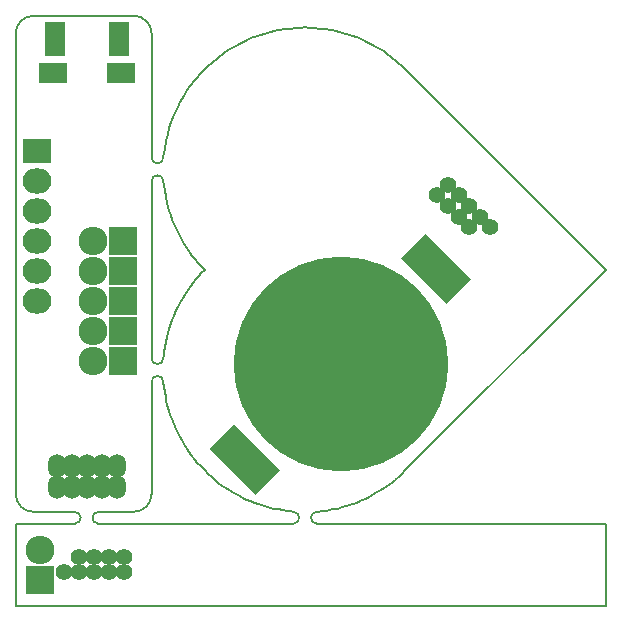
<source format=gbs>
G04 #@! TF.FileFunction,Soldermask,Bot*
%FSLAX46Y46*%
G04 Gerber Fmt 4.6, Leading zero omitted, Abs format (unit mm)*
G04 Created by KiCad (PCBNEW (2016-07-22 BZR 6991, Git 146a78a)-product) date Tue Jul 26 18:11:02 2016*
%MOMM*%
%LPD*%
G01*
G04 APERTURE LIST*
%ADD10C,0.100000*%
%ADD11C,0.150000*%
%ADD12C,1.416000*%
%ADD13R,2.432000X2.432000*%
%ADD14O,2.432000X2.432000*%
%ADD15R,2.432000X2.127200*%
%ADD16O,2.432000X2.127200*%
%ADD17R,2.398980X1.799540*%
%ADD18R,1.700480X2.851100*%
%ADD19O,1.504800X2.012800*%
%ADD20C,18.180000*%
G04 APERTURE END LIST*
D10*
D11*
X38500000Y-17500000D02*
G75*
G03X37000000Y-16000000I-1500000J0D01*
G01*
X28500000Y-16000000D02*
G75*
G03X27000000Y-17500000I0J-1500000D01*
G01*
X37000000Y-58000000D02*
G75*
G03X38500000Y-56500000I0J1500000D01*
G01*
X27000000Y-56500000D02*
G75*
G03X28500000Y-58000000I1500000J0D01*
G01*
X43260000Y-54760000D02*
X43000000Y-54500000D01*
X43580000Y-55060000D02*
X43260000Y-54760000D01*
X43860000Y-55280000D02*
X43580000Y-55060000D01*
X44170000Y-55550000D02*
X43860000Y-55280000D01*
X44480000Y-55780000D02*
X44170000Y-55550000D01*
X44810000Y-55990000D02*
X44480000Y-55780000D01*
X45100000Y-56190000D02*
X44810000Y-55990000D01*
X45460000Y-56410000D02*
X45100000Y-56190000D01*
X45800000Y-56590000D02*
X45460000Y-56410000D01*
X46240000Y-56810000D02*
X45800000Y-56590000D01*
X46540000Y-56960000D02*
X46240000Y-56810000D01*
X46880000Y-57100000D02*
X46540000Y-56960000D01*
X47180000Y-57230000D02*
X46880000Y-57100000D01*
X47570000Y-57370000D02*
X47180000Y-57230000D01*
X48000000Y-57500000D02*
X47570000Y-57370000D01*
X48400000Y-57620000D02*
X48000000Y-57500000D01*
X48790000Y-57720000D02*
X48400000Y-57620000D01*
X49190000Y-57800000D02*
X48790000Y-57720000D01*
X49600000Y-57880000D02*
X49190000Y-57800000D01*
X49980000Y-57930000D02*
X49600000Y-57880000D01*
X50300000Y-57960000D02*
X49980000Y-57930000D01*
X50500000Y-58000000D02*
X50300000Y-57960000D01*
X53010000Y-57940000D02*
X52500000Y-58000000D01*
X53350000Y-57890000D02*
X53010000Y-57940000D01*
X53800000Y-57800000D02*
X53350000Y-57890000D01*
X54260000Y-57720000D02*
X53800000Y-57800000D01*
X54650000Y-57620000D02*
X54260000Y-57720000D01*
X54940000Y-57510000D02*
X54650000Y-57620000D01*
X55530000Y-57340000D02*
X54940000Y-57510000D01*
X55860000Y-57230000D02*
X55530000Y-57340000D01*
X56130000Y-57090000D02*
X55860000Y-57230000D01*
X56540000Y-56930000D02*
X56130000Y-57090000D01*
X56830000Y-56790000D02*
X56540000Y-56930000D01*
X57180000Y-56590000D02*
X56830000Y-56790000D01*
X57620000Y-56360000D02*
X57180000Y-56590000D01*
X57920000Y-56180000D02*
X57620000Y-56360000D01*
X58200000Y-55980000D02*
X57920000Y-56180000D01*
X58610000Y-55700000D02*
X58200000Y-55980000D01*
X58930000Y-55470000D02*
X58610000Y-55700000D01*
X59150000Y-55270000D02*
X58930000Y-55470000D01*
X59500000Y-54980000D02*
X59150000Y-55270000D01*
X59710000Y-54790000D02*
X59500000Y-54980000D01*
X60000000Y-54500000D02*
X59710000Y-54790000D01*
X52500000Y-59000000D02*
X77000000Y-59000000D01*
X50500000Y-59000000D02*
X34000000Y-59000000D01*
X34000000Y-58000000D02*
G75*
G03X34000000Y-59000000I0J-500000D01*
G01*
X52500000Y-58000000D02*
G75*
G03X52500000Y-59000000I0J-500000D01*
G01*
X50500000Y-59000000D02*
G75*
G03X50500000Y-58000000I0J500000D01*
G01*
X32000000Y-59000000D02*
G75*
G03X32500000Y-58500000I0J500000D01*
G01*
X32000000Y-59000000D02*
X27000000Y-59000000D01*
X77000000Y-66000000D02*
X77000000Y-59000000D01*
X27000000Y-66000000D02*
X77000000Y-66000000D01*
X27000000Y-59000000D02*
X27000000Y-66000000D01*
X38500000Y-47000000D02*
X38500000Y-56500000D01*
X38500000Y-30000000D02*
X38500000Y-45000000D01*
X42990000Y-54480000D02*
X43000000Y-54500000D01*
X42650000Y-54130000D02*
X42990000Y-54480000D01*
X42380000Y-53830000D02*
X42650000Y-54130000D01*
X42200000Y-53610000D02*
X42380000Y-53830000D01*
X41880000Y-53210000D02*
X42200000Y-53610000D01*
X41650000Y-52900000D02*
X41880000Y-53210000D01*
X41510000Y-52680000D02*
X41650000Y-52900000D01*
X41250000Y-52290000D02*
X41510000Y-52680000D01*
X41040000Y-51950000D02*
X41250000Y-52290000D01*
X40910000Y-51690000D02*
X41040000Y-51950000D01*
X40700000Y-51300000D02*
X40910000Y-51690000D01*
X40530000Y-50950000D02*
X40700000Y-51300000D01*
X40400000Y-50600000D02*
X40530000Y-50950000D01*
X40220000Y-50180000D02*
X40400000Y-50600000D01*
X40100000Y-49840000D02*
X40220000Y-50180000D01*
X40000000Y-49500000D02*
X40100000Y-49840000D01*
X39830000Y-48980000D02*
X40000000Y-49500000D01*
X39760000Y-48650000D02*
X39830000Y-48980000D01*
X39700000Y-48310000D02*
X39760000Y-48650000D01*
X39610000Y-47830000D02*
X39700000Y-48310000D01*
X39540000Y-47420000D02*
X39610000Y-47830000D01*
X39500000Y-47000000D02*
X39540000Y-47420000D01*
X39500000Y-47000000D02*
G75*
G03X38500000Y-47000000I-500000J0D01*
G01*
X38500000Y-45000000D02*
G75*
G03X39500000Y-45000000I500000J0D01*
G01*
X39540000Y-44810000D02*
X39500000Y-45000000D01*
X39580000Y-44450000D02*
X39540000Y-44810000D01*
X39640000Y-44020000D02*
X39580000Y-44450000D01*
X39710000Y-43660000D02*
X39640000Y-44020000D01*
X39800000Y-43210000D02*
X39710000Y-43660000D01*
X39900000Y-42840000D02*
X39800000Y-43210000D01*
X40000000Y-42500000D02*
X39900000Y-42840000D01*
X40150000Y-42040000D02*
X40000000Y-42500000D01*
X40260000Y-41730000D02*
X40150000Y-42040000D01*
X40400000Y-41390000D02*
X40260000Y-41730000D01*
X40600000Y-40940000D02*
X40400000Y-41390000D01*
X40750000Y-40620000D02*
X40600000Y-40940000D01*
X40910000Y-40300000D02*
X40750000Y-40620000D01*
X41160000Y-39870000D02*
X40910000Y-40300000D01*
X41300000Y-39640000D02*
X41160000Y-39870000D01*
X41550000Y-39260000D02*
X41300000Y-39640000D01*
X41800000Y-38910000D02*
X41550000Y-39260000D01*
X42020000Y-38600000D02*
X41800000Y-38910000D01*
X42260000Y-38320000D02*
X42020000Y-38600000D01*
X42520000Y-38010000D02*
X42260000Y-38320000D01*
X42710000Y-37790000D02*
X42520000Y-38010000D01*
X43000000Y-37500000D02*
X42710000Y-37790000D01*
X38500000Y-17500000D02*
X38500000Y-28000000D01*
X60000000Y-20500000D02*
G75*
G03X43000000Y-20500000I-8500000J-8500000D01*
G01*
X42650000Y-37160000D02*
X43000000Y-37500000D01*
X42440000Y-36910000D02*
X42650000Y-37160000D01*
X42200000Y-36600000D02*
X42440000Y-36910000D01*
X41960000Y-36330000D02*
X42200000Y-36600000D01*
X41780000Y-36080000D02*
X41960000Y-36330000D01*
X41510000Y-35690000D02*
X41780000Y-36080000D01*
X41280000Y-35330000D02*
X41510000Y-35690000D01*
X41080000Y-35000000D02*
X41280000Y-35330000D01*
X40900000Y-34680000D02*
X41080000Y-35000000D01*
X40710000Y-34320000D02*
X40900000Y-34680000D01*
X40550000Y-33990000D02*
X40710000Y-34320000D01*
X40400000Y-33600000D02*
X40550000Y-33990000D01*
X40260000Y-33280000D02*
X40400000Y-33600000D01*
X40120000Y-32890000D02*
X40260000Y-33280000D01*
X40000000Y-32500000D02*
X40120000Y-32890000D01*
X39820000Y-31860000D02*
X40000000Y-32500000D01*
X39700000Y-31320000D02*
X39820000Y-31860000D01*
X39600000Y-30750000D02*
X39700000Y-31320000D01*
X39500000Y-30000000D02*
X39600000Y-30750000D01*
X39600000Y-27300000D02*
X39500000Y-28000000D01*
X39720000Y-26620000D02*
X39600000Y-27300000D01*
X39860000Y-26000000D02*
X39720000Y-26620000D01*
X40000000Y-25490000D02*
X39860000Y-26000000D01*
X40170000Y-24990000D02*
X40000000Y-25490000D01*
X40400000Y-24390000D02*
X40170000Y-24990000D01*
X40730000Y-23690000D02*
X40400000Y-24390000D01*
X40910000Y-23320000D02*
X40730000Y-23690000D01*
X41240000Y-22770000D02*
X40910000Y-23320000D01*
X41540000Y-22280000D02*
X41240000Y-22770000D01*
X41770000Y-21970000D02*
X41540000Y-22280000D01*
X42170000Y-21430000D02*
X41770000Y-21970000D01*
X42330000Y-21240000D02*
X42170000Y-21430000D01*
X42610000Y-20930000D02*
X42330000Y-21240000D01*
X43000000Y-20500000D02*
X42610000Y-20930000D01*
X39500000Y-30000000D02*
G75*
G03X38500000Y-30000000I-500000J0D01*
G01*
X38500000Y-28000000D02*
G75*
G03X39500000Y-28000000I500000J0D01*
G01*
X77000000Y-37500000D02*
X60000000Y-20500000D01*
X60000000Y-54500000D02*
X77000000Y-37500000D01*
X37000000Y-58000000D02*
X34000000Y-58000000D01*
X32000000Y-58000000D02*
X28500000Y-58000000D01*
X32500000Y-58500000D02*
G75*
G03X32000000Y-58000000I-500000J0D01*
G01*
X28500000Y-16000000D02*
X37000000Y-16000000D01*
X27000000Y-56500000D02*
X27000000Y-17500000D01*
D12*
X67196051Y-33900000D03*
X66298025Y-33001975D03*
X65400000Y-32103949D03*
X64501974Y-31205924D03*
X63603949Y-30307898D03*
X65400000Y-33900000D03*
X64501974Y-33001975D03*
X63603949Y-32103949D03*
X62705923Y-31205924D03*
X31060000Y-63135000D03*
X32330000Y-63135000D03*
X33600000Y-63135000D03*
X34870000Y-63135000D03*
X36140000Y-63135000D03*
X32330000Y-61865000D03*
X33600000Y-61865000D03*
X34870000Y-61865000D03*
X36140000Y-61865000D03*
D13*
X29050000Y-63800000D03*
D14*
X29050000Y-61260000D03*
D13*
X36068000Y-45212000D03*
D14*
X33528000Y-45212000D03*
D13*
X36068000Y-40132000D03*
D14*
X33528000Y-40132000D03*
D13*
X36068000Y-37592000D03*
D14*
X33528000Y-37592000D03*
D15*
X28800000Y-27420000D03*
D16*
X28800000Y-29960000D03*
X28800000Y-32500000D03*
X28800000Y-35040000D03*
X28800000Y-37580000D03*
X28800000Y-40120000D03*
D17*
X35920680Y-20810220D03*
X30119320Y-20810220D03*
D18*
X35745420Y-17929860D03*
X30294580Y-17929860D03*
D19*
X30460000Y-54111000D03*
X31730000Y-54111000D03*
X33000000Y-54111000D03*
X34270000Y-54111000D03*
X35540000Y-54111000D03*
X30460000Y-55889000D03*
X31730000Y-55889000D03*
X33000000Y-55889000D03*
X34270000Y-55889000D03*
X35540000Y-55889000D03*
D10*
G36*
X61684205Y-34440849D02*
X65559151Y-38315795D01*
X63480257Y-40394689D01*
X59605311Y-36519743D01*
X61684205Y-34440849D01*
X61684205Y-34440849D01*
G37*
G36*
X45519743Y-50605311D02*
X49394689Y-54480257D01*
X47315795Y-56559151D01*
X43440849Y-52684205D01*
X45519743Y-50605311D01*
X45519743Y-50605311D01*
G37*
D20*
X54500000Y-45500000D03*
D13*
X36068000Y-42672000D03*
D14*
X33528000Y-42672000D03*
D13*
X36068000Y-35052000D03*
D14*
X33528000Y-35052000D03*
M02*

</source>
